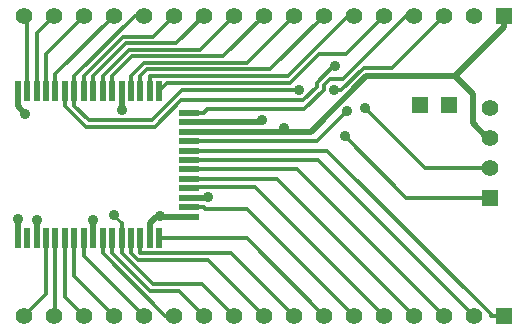
<source format=gtl>
G04 (created by PCBNEW (2013-09-28 BZR 4356)-product) date 2014/04/24 1:43:17*
%MOIN*%
G04 Gerber Fmt 3.4, Leading zero omitted, Abs format*
%FSLAX34Y34*%
G01*
G70*
G90*
G04 APERTURE LIST*
%ADD10C,0.005906*%
%ADD11R,0.019685X0.066929*%
%ADD12R,0.066929X0.019685*%
%ADD13R,0.055000X0.055000*%
%ADD14C,0.055000*%
%ADD15C,0.035000*%
%ADD16C,0.011811*%
%ADD17C,0.010000*%
%ADD18C,0.019685*%
G04 APERTURE END LIST*
G54D10*
G54D11*
X5015Y8000D03*
X4700Y8000D03*
X4385Y8000D03*
X4070Y8000D03*
X3755Y8000D03*
X3440Y8000D03*
X3125Y8000D03*
X2811Y8000D03*
X2496Y8000D03*
X2181Y8000D03*
X1866Y8000D03*
X1551Y8000D03*
X1236Y8000D03*
X921Y8000D03*
X606Y8000D03*
X291Y8000D03*
G54D12*
X6000Y7271D03*
X6000Y3807D03*
X6000Y4122D03*
X6000Y4437D03*
X6000Y4751D03*
X6000Y5066D03*
X6000Y5381D03*
X6000Y5696D03*
X6000Y6011D03*
X6000Y6326D03*
X6000Y6641D03*
X6000Y6956D03*
G54D11*
X291Y3078D03*
X606Y3078D03*
X921Y3078D03*
X1236Y3078D03*
X1551Y3078D03*
X1866Y3078D03*
X2181Y3078D03*
X2496Y3078D03*
X2811Y3078D03*
X3125Y3078D03*
X3440Y3078D03*
X3755Y3078D03*
X4070Y3078D03*
X4385Y3078D03*
X4700Y3078D03*
X5015Y3078D03*
G54D13*
X16500Y10500D03*
G54D14*
X15500Y10500D03*
X14500Y10500D03*
X13500Y10500D03*
X12500Y10500D03*
X11500Y10500D03*
X10500Y10500D03*
X9500Y10500D03*
X8500Y10500D03*
X7500Y10500D03*
X6500Y10500D03*
X5500Y10500D03*
X4500Y10500D03*
X3500Y10500D03*
X2500Y10500D03*
X1500Y10500D03*
X500Y10500D03*
G54D13*
X16051Y4440D03*
G54D14*
X16051Y5440D03*
X16051Y6440D03*
X16051Y7440D03*
G54D13*
X16500Y500D03*
G54D14*
X15500Y500D03*
X14500Y500D03*
X13500Y500D03*
X12500Y500D03*
X11500Y500D03*
X10500Y500D03*
X9500Y500D03*
X8500Y500D03*
X7500Y500D03*
X6500Y500D03*
X5500Y500D03*
X4500Y500D03*
X3500Y500D03*
X2500Y500D03*
X1500Y500D03*
X500Y500D03*
G54D13*
X13688Y7515D03*
X14673Y7515D03*
G54D15*
X3499Y3865D03*
X10820Y8035D03*
X11272Y7313D03*
X11861Y7435D03*
X10869Y8818D03*
X9176Y6767D03*
X11207Y6485D03*
X9680Y8030D03*
X3755Y7370D03*
X6638Y4451D03*
X8444Y7043D03*
X294Y3730D03*
X921Y3710D03*
X2811Y3704D03*
X5037Y3827D03*
X539Y7240D03*
G54D16*
X7921Y3078D02*
X10500Y500D01*
X5015Y3078D02*
X7921Y3078D01*
X6000Y4122D02*
X6492Y4122D01*
X7932Y4067D02*
X11500Y500D01*
X6546Y4067D02*
X7932Y4067D01*
X6492Y4122D02*
X6546Y4067D01*
X4700Y8493D02*
X4700Y8000D01*
X9287Y8493D02*
X4700Y8493D01*
X11292Y10500D02*
X9287Y8493D01*
X11500Y10500D02*
X11292Y10500D01*
X4385Y8493D02*
X4385Y8000D01*
X4603Y8712D02*
X4385Y8493D01*
X8712Y8712D02*
X4603Y8712D01*
X10500Y10500D02*
X8712Y8712D01*
X4070Y8493D02*
X4070Y8000D01*
X4507Y8930D02*
X4070Y8493D01*
X7930Y8930D02*
X4507Y8930D01*
X9500Y10500D02*
X7930Y8930D01*
X3440Y8493D02*
X3440Y8000D01*
X4095Y9148D02*
X3440Y8493D01*
X7148Y9148D02*
X4095Y9148D01*
X8500Y10500D02*
X7148Y9148D01*
X3125Y8493D02*
X3125Y8000D01*
X3998Y9366D02*
X3125Y8493D01*
X6366Y9366D02*
X3998Y9366D01*
X7500Y10500D02*
X6366Y9366D01*
X2811Y8493D02*
X2811Y8000D01*
X3902Y9584D02*
X2811Y8493D01*
X5585Y9584D02*
X3902Y9584D01*
X6500Y10500D02*
X5585Y9584D01*
X2496Y8493D02*
X2496Y8000D01*
X3805Y9803D02*
X2496Y8493D01*
X4803Y9803D02*
X3805Y9803D01*
X5500Y10500D02*
X4803Y9803D01*
X1551Y8551D02*
X1551Y8000D01*
X3500Y10500D02*
X1551Y8551D01*
X1236Y9236D02*
X1236Y8000D01*
X2500Y10500D02*
X1236Y9236D01*
X921Y9921D02*
X921Y8000D01*
X1500Y10500D02*
X921Y9921D01*
X6033Y4785D02*
X6000Y4751D01*
X8214Y4785D02*
X6033Y4785D01*
X12500Y500D02*
X8214Y4785D01*
X606Y10393D02*
X606Y8000D01*
X500Y10500D02*
X606Y10393D01*
X1236Y1236D02*
X1236Y3078D01*
X500Y500D02*
X1236Y1236D01*
X1551Y551D02*
X1551Y3078D01*
X1500Y500D02*
X1551Y551D01*
X1866Y1133D02*
X1866Y3078D01*
X2500Y500D02*
X1866Y1133D01*
X2181Y1818D02*
X3500Y500D01*
X2181Y3078D02*
X2181Y1818D01*
X2496Y2503D02*
X2496Y3078D01*
X4500Y500D02*
X2496Y2503D01*
X5211Y500D02*
X5500Y500D01*
X3125Y2584D02*
X5211Y500D01*
X3125Y3078D02*
X3125Y2584D01*
X5664Y1335D02*
X6500Y500D01*
X4690Y1335D02*
X5664Y1335D01*
X3440Y2584D02*
X4690Y1335D01*
X3440Y3078D02*
X3440Y2584D01*
X6446Y1553D02*
X7500Y500D01*
X4787Y1553D02*
X6446Y1553D01*
X3755Y2584D02*
X4787Y1553D01*
X3755Y3078D02*
X3755Y2584D01*
X3755Y3578D02*
X3755Y3078D01*
G54D17*
X3499Y3835D02*
X3499Y3865D01*
X3755Y3578D02*
X3499Y3835D01*
G54D16*
X6633Y2366D02*
X8500Y500D01*
X4288Y2366D02*
X6633Y2366D01*
X4070Y2584D02*
X4288Y2366D01*
X4070Y3078D02*
X4070Y2584D01*
X8933Y5066D02*
X13500Y500D01*
X6492Y5066D02*
X8933Y5066D01*
X6000Y5066D02*
X6492Y5066D01*
X7414Y2584D02*
X9500Y500D01*
X4385Y2584D02*
X7414Y2584D01*
X4385Y3078D02*
X4385Y2584D01*
X9618Y5381D02*
X6000Y5381D01*
X14500Y500D02*
X9618Y5381D01*
X10303Y5696D02*
X6000Y5696D01*
X15500Y500D02*
X10303Y5696D01*
X16065Y500D02*
X16500Y500D01*
X16065Y554D02*
X16065Y500D01*
X10608Y6011D02*
X16065Y554D01*
X6000Y6011D02*
X10608Y6011D01*
X12774Y8774D02*
X14500Y10500D01*
X11821Y8774D02*
X12774Y8774D01*
X11083Y8035D02*
X11821Y8774D01*
X10820Y8035D02*
X11083Y8035D01*
X10285Y6326D02*
X11272Y7313D01*
X6000Y6326D02*
X10285Y6326D01*
X13238Y10500D02*
X13500Y10500D01*
X11130Y8392D02*
X13238Y10500D01*
X10700Y8392D02*
X11130Y8392D01*
X10486Y8178D02*
X10700Y8392D01*
X10486Y8038D02*
X10486Y8178D01*
X9827Y7379D02*
X10486Y8038D01*
X6601Y7379D02*
X9827Y7379D01*
X6493Y7271D02*
X6601Y7379D01*
X6000Y7271D02*
X6493Y7271D01*
X5278Y8262D02*
X5015Y8000D01*
X9364Y8262D02*
X5278Y8262D01*
X10331Y9229D02*
X9364Y8262D01*
X11229Y9229D02*
X10331Y9229D01*
X12500Y10500D02*
X11229Y9229D01*
X10807Y8818D02*
X10869Y8818D01*
X10254Y8264D02*
X10807Y8818D01*
X10254Y8131D02*
X10254Y8264D01*
X9818Y7695D02*
X10254Y8131D01*
X5749Y7695D02*
X9818Y7695D01*
X4853Y6799D02*
X5749Y7695D01*
X2572Y6799D02*
X4853Y6799D01*
X1866Y7506D02*
X2572Y6799D01*
X1866Y8000D02*
X1866Y7506D01*
X13856Y5440D02*
X11861Y7435D01*
X16051Y5440D02*
X13856Y5440D01*
G54D18*
X9183Y6760D02*
X9176Y6767D01*
X9183Y6641D02*
X9183Y6760D01*
X9183Y6641D02*
X6000Y6641D01*
X10059Y6641D02*
X9183Y6641D01*
X11917Y8500D02*
X10059Y6641D01*
X14870Y8500D02*
X11917Y8500D01*
X16500Y10129D02*
X14870Y8500D01*
X16500Y10500D02*
X16500Y10129D01*
X15944Y6440D02*
X16051Y6440D01*
X15460Y6925D02*
X15944Y6440D01*
X15460Y7909D02*
X15460Y6925D01*
X14870Y8500D02*
X15460Y7909D01*
G54D16*
X13251Y4440D02*
X11207Y6485D01*
X16051Y4440D02*
X13251Y4440D01*
X5758Y8030D02*
X9680Y8030D01*
X4761Y7033D02*
X5758Y8030D01*
X2653Y7033D02*
X4761Y7033D01*
X2181Y7506D02*
X2653Y7033D01*
X2181Y8000D02*
X2181Y7506D01*
X4187Y10500D02*
X4500Y10500D01*
X2181Y8493D02*
X4187Y10500D01*
X2181Y8000D02*
X2181Y8493D01*
G54D18*
X8357Y6956D02*
X8444Y7043D01*
X6000Y6956D02*
X8357Y6956D01*
X291Y3727D02*
X294Y3730D01*
X291Y3078D02*
X291Y3727D01*
X3755Y7370D02*
X3755Y8000D01*
X6533Y4437D02*
X6000Y4437D01*
X6547Y4451D02*
X6533Y4437D01*
X6638Y4451D02*
X6547Y4451D01*
X921Y3710D02*
X921Y3078D01*
X2811Y3704D02*
X2811Y3078D01*
X291Y7488D02*
X539Y7240D01*
X291Y8000D02*
X291Y7488D01*
X4700Y3078D02*
X4700Y3610D01*
X6000Y3807D02*
X5468Y3807D01*
X5468Y3807D02*
X5037Y3807D01*
X4897Y3807D02*
X5037Y3807D01*
X4700Y3610D02*
X4897Y3807D01*
X5037Y3807D02*
X5037Y3827D01*
M02*

</source>
